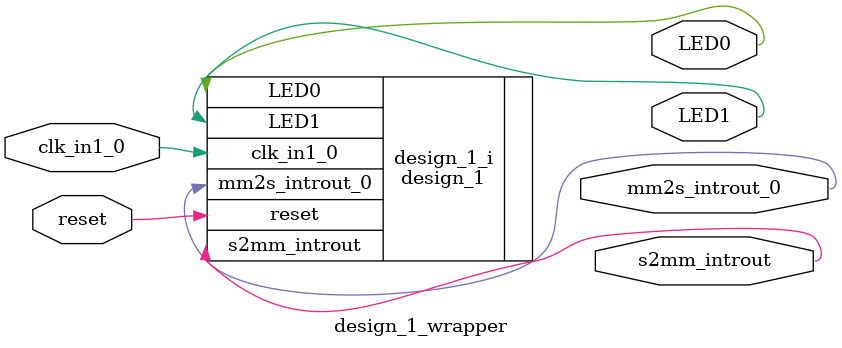
<source format=v>
`timescale 1 ps / 1 ps

module design_1_wrapper
   (LED0,
    LED1,
    clk_in1_0,
    mm2s_introut_0,
    reset,
    s2mm_introut);
  output [0:0]LED0;
  output [0:0]LED1;
  input clk_in1_0;
  output mm2s_introut_0;
  input reset;
  output s2mm_introut;

  wire [0:0]LED0;
  wire [0:0]LED1;
  wire clk_in1_0;
  wire mm2s_introut_0;
  wire reset;
  wire s2mm_introut;

  design_1 design_1_i
       (.LED0(LED0),
        .LED1(LED1),
        .clk_in1_0(clk_in1_0),
        .mm2s_introut_0(mm2s_introut_0),
        .reset(reset),
        .s2mm_introut(s2mm_introut));
endmodule

</source>
